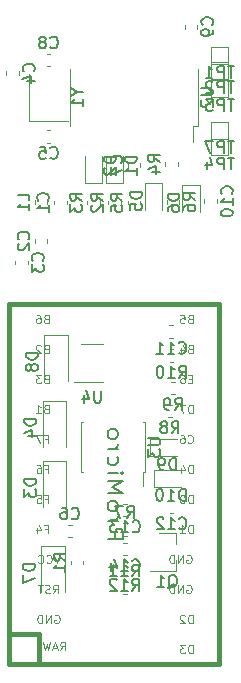
<source format=gbr>
G04 #@! TF.GenerationSoftware,KiCad,Pcbnew,(5.0.0)*
G04 #@! TF.CreationDate,2019-09-30T14:37:48-06:00*
G04 #@! TF.ProjectId,BlueMicro,426C75654D6963726F2E6B696361645F,rev?*
G04 #@! TF.SameCoordinates,Original*
G04 #@! TF.FileFunction,Legend,Bot*
G04 #@! TF.FilePolarity,Positive*
%FSLAX46Y46*%
G04 Gerber Fmt 4.6, Leading zero omitted, Abs format (unit mm)*
G04 Created by KiCad (PCBNEW (5.0.0)) date 09/30/19 14:37:48*
%MOMM*%
%LPD*%
G01*
G04 APERTURE LIST*
%ADD10C,0.120000*%
%ADD11C,0.381000*%
%ADD12C,0.150000*%
%ADD13C,0.203200*%
%ADD14C,0.100000*%
G04 APERTURE END LIST*
D10*
G04 #@! TO.C,C1*
X74043000Y-68417221D02*
X74043000Y-68742779D01*
X73023000Y-68417221D02*
X73023000Y-68742779D01*
G04 #@! TO.C,C2*
X71372000Y-71693721D02*
X71372000Y-72019279D01*
X72392000Y-71693721D02*
X72392000Y-72019279D01*
G04 #@! TO.C,C3*
X70741000Y-73822779D02*
X70741000Y-73497221D01*
X69721000Y-73822779D02*
X69721000Y-73497221D01*
G04 #@! TO.C,C4*
X68959000Y-57795279D02*
X68959000Y-57469721D01*
X69979000Y-57795279D02*
X69979000Y-57469721D01*
G04 #@! TO.C,C5*
X72354221Y-63502000D02*
X72679779Y-63502000D01*
X72354221Y-62482000D02*
X72679779Y-62482000D01*
G04 #@! TO.C,C6*
X74483280Y-95883000D02*
X74157722Y-95883000D01*
X74483280Y-96903000D02*
X74157722Y-96903000D01*
G04 #@! TO.C,C7*
X80266000Y-65242221D02*
X80266000Y-65567779D01*
X79246000Y-65242221D02*
X79246000Y-65567779D01*
G04 #@! TO.C,C8*
X72679779Y-56005000D02*
X72354221Y-56005000D01*
X72679779Y-57025000D02*
X72354221Y-57025000D01*
G04 #@! TO.C,C9*
X84072000Y-53858279D02*
X84072000Y-53532721D01*
X85092000Y-53858279D02*
X85092000Y-53532721D01*
G04 #@! TO.C,C10*
X86743000Y-68641280D02*
X86743000Y-68315722D01*
X85723000Y-68641280D02*
X85723000Y-68315722D01*
G04 #@! TO.C,C11*
X82742721Y-78992000D02*
X83068279Y-78992000D01*
X82742721Y-80012000D02*
X83068279Y-80012000D01*
G04 #@! TO.C,C12*
X82768221Y-93851000D02*
X83093779Y-93851000D01*
X82768221Y-94871000D02*
X83093779Y-94871000D01*
G04 #@! TO.C,C13*
X78831221Y-95125000D02*
X79156779Y-95125000D01*
X78831221Y-94105000D02*
X79156779Y-94105000D01*
G04 #@! TO.C,C14*
X78805721Y-97407000D02*
X79131279Y-97407000D01*
X78805721Y-98427000D02*
X79131279Y-98427000D01*
G04 #@! TO.C,D1*
X77370000Y-66915501D02*
X77370000Y-64630501D01*
X78840000Y-66915501D02*
X77370000Y-66915501D01*
X78840000Y-64630501D02*
X78840000Y-66915501D01*
G04 #@! TO.C,D2*
X77062000Y-64630501D02*
X77062000Y-66915501D01*
X77062000Y-66915501D02*
X75592000Y-66915501D01*
X75592000Y-66915501D02*
X75592000Y-64630501D01*
G04 #@! TO.C,D3*
X72025000Y-90460000D02*
X74025000Y-90460000D01*
X74025000Y-90460000D02*
X74025000Y-94360000D01*
X72025000Y-90460000D02*
X72025000Y-94360000D01*
G04 #@! TO.C,D4*
X72025000Y-85380000D02*
X74025000Y-85380000D01*
X74025000Y-85380000D02*
X74025000Y-89280000D01*
X72025000Y-85380000D02*
X72025000Y-89280000D01*
G04 #@! TO.C,D5*
X82142000Y-66968000D02*
X82142000Y-69253000D01*
X80672000Y-66968000D02*
X82142000Y-66968000D01*
X80672000Y-69253000D02*
X80672000Y-66968000D01*
G04 #@! TO.C,D6*
X83847000Y-69380000D02*
X83847000Y-67095000D01*
X83847000Y-67095000D02*
X85317000Y-67095000D01*
X85317000Y-67095000D02*
X85317000Y-69380000D01*
G04 #@! TO.C,D7*
X71898000Y-97699000D02*
X71898000Y-101599000D01*
X73898000Y-97699000D02*
X73898000Y-101599000D01*
X71898000Y-97699000D02*
X73898000Y-97699000D01*
G04 #@! TO.C,D8*
X72152000Y-79792000D02*
X72152000Y-83692000D01*
X74152000Y-79792000D02*
X74152000Y-83692000D01*
X72152000Y-79792000D02*
X74152000Y-79792000D01*
G04 #@! TO.C,D9*
X81090500Y-88599776D02*
X83375500Y-88599776D01*
X81090500Y-90069776D02*
X81090500Y-88599776D01*
X83375500Y-90069776D02*
X81090500Y-90069776D01*
G04 #@! TO.C,D10*
X83705500Y-92683000D02*
X81420500Y-92683000D01*
X81420500Y-92683000D02*
X81420500Y-91213000D01*
X81420500Y-91213000D02*
X83705500Y-91213000D01*
G04 #@! TO.C,L1*
X71372000Y-68391721D02*
X71372000Y-68717279D01*
X72392000Y-68391721D02*
X72392000Y-68717279D01*
G04 #@! TO.C,Q1*
X83310000Y-96591000D02*
X83310000Y-97521000D01*
X83310000Y-99751000D02*
X83310000Y-98821000D01*
X83310000Y-99751000D02*
X81150000Y-99751000D01*
X83310000Y-96591000D02*
X81850000Y-96591000D01*
G04 #@! TO.C,R1*
X74420000Y-98897221D02*
X74420000Y-99222779D01*
X75440000Y-98897221D02*
X75440000Y-99222779D01*
G04 #@! TO.C,R2*
X77595000Y-68417221D02*
X77595000Y-68742779D01*
X78615000Y-68417221D02*
X78615000Y-68742779D01*
G04 #@! TO.C,R3*
X75817000Y-68417221D02*
X75817000Y-68742779D01*
X76837000Y-68417221D02*
X76837000Y-68742779D01*
G04 #@! TO.C,R4*
X82421000Y-65140721D02*
X82421000Y-65466279D01*
X83441000Y-65140721D02*
X83441000Y-65466279D01*
G04 #@! TO.C,R5*
X80266000Y-68417221D02*
X80266000Y-68742779D01*
X79246000Y-68417221D02*
X79246000Y-68742779D01*
G04 #@! TO.C,R6*
X82548000Y-68717279D02*
X82548000Y-68391721D01*
X83568000Y-68717279D02*
X83568000Y-68391721D01*
G04 #@! TO.C,R7*
X79156779Y-96776000D02*
X78831221Y-96776000D01*
X79156779Y-95756000D02*
X78831221Y-95756000D01*
G04 #@! TO.C,R8*
X82615721Y-86743000D02*
X82941279Y-86743000D01*
X82615721Y-85723000D02*
X82941279Y-85723000D01*
G04 #@! TO.C,R9*
X82895221Y-83744776D02*
X83220779Y-83744776D01*
X82895221Y-84764776D02*
X83220779Y-84764776D01*
G04 #@! TO.C,R10*
X82768221Y-81024000D02*
X83093779Y-81024000D01*
X82768221Y-82044000D02*
X83093779Y-82044000D01*
G04 #@! TO.C,R11*
X79131279Y-100709000D02*
X78805721Y-100709000D01*
X79131279Y-101729000D02*
X78805721Y-101729000D01*
G04 #@! TO.C,R12*
X78805721Y-99058000D02*
X79131279Y-99058000D01*
X78805721Y-100078000D02*
X79131279Y-100078000D01*
G04 #@! TO.C,U2*
X85156000Y-62090000D02*
X84756000Y-62090000D01*
X84756000Y-62090000D02*
X84756000Y-63490000D01*
X85156000Y-62090000D02*
X85156000Y-57290000D01*
X74356000Y-62090000D02*
X74356000Y-57290000D01*
G04 #@! TO.C,U3*
X80708000Y-87181000D02*
X80708000Y-91381000D01*
X75248000Y-87181000D02*
X75248000Y-91381000D01*
X75418000Y-87181000D02*
X75248000Y-87181000D01*
X75408000Y-91381000D02*
X75238000Y-91381000D01*
X80708000Y-87181000D02*
X80538000Y-87181000D01*
X80708000Y-91381000D02*
X80538000Y-91381000D01*
X80538000Y-91381000D02*
X80538000Y-92571000D01*
G04 #@! TO.C,U4*
X75300000Y-80559000D02*
X77100000Y-80559000D01*
X77100000Y-83779000D02*
X74650000Y-83779000D01*
G04 #@! TO.C,Y1*
X74167000Y-61690000D02*
X70867000Y-61690000D01*
X70867000Y-61690000D02*
X70867000Y-57690000D01*
D11*
G04 #@! TO.C,U5*
X86995000Y-107696000D02*
X69215000Y-107696000D01*
X69215000Y-107696000D02*
X69215000Y-77216000D01*
X69215000Y-77216000D02*
X86995000Y-77216000D01*
X86995000Y-77216000D02*
X86995000Y-107696000D01*
X71755000Y-107696000D02*
X71755000Y-105156000D01*
X71755000Y-105156000D02*
X69215000Y-105156000D01*
D10*
G04 #@! TO.C,TP1*
X86295000Y-55434000D02*
X86295000Y-56834000D01*
X87695000Y-55434000D02*
X86295000Y-55434000D01*
X87695000Y-56834000D02*
X87695000Y-55434000D01*
X86295000Y-56834000D02*
X87695000Y-56834000D01*
G04 #@! TO.C,TP2*
X86295000Y-58104000D02*
X87695000Y-58104000D01*
X87695000Y-58104000D02*
X87695000Y-56704000D01*
X87695000Y-56704000D02*
X86295000Y-56704000D01*
X86295000Y-56704000D02*
X86295000Y-58104000D01*
G04 #@! TO.C,TP3*
X86295000Y-58228000D02*
X86295000Y-59628000D01*
X87695000Y-58228000D02*
X86295000Y-58228000D01*
X87695000Y-59628000D02*
X87695000Y-58228000D01*
X86295000Y-59628000D02*
X87695000Y-59628000D01*
G04 #@! TO.C,TP4*
X86295000Y-64581000D02*
X87695000Y-64581000D01*
X87695000Y-64581000D02*
X87695000Y-63181000D01*
X87695000Y-63181000D02*
X86295000Y-63181000D01*
X86295000Y-63181000D02*
X86295000Y-64581000D01*
G04 #@! TO.C,TP7*
X86295000Y-63184000D02*
X87695000Y-63184000D01*
X87695000Y-63184000D02*
X87695000Y-61784000D01*
X87695000Y-61784000D02*
X86295000Y-61784000D01*
X86295000Y-61784000D02*
X86295000Y-63184000D01*
G04 #@! TO.C,C1*
D12*
X72460142Y-68413333D02*
X72507761Y-68365714D01*
X72555380Y-68222857D01*
X72555380Y-68127619D01*
X72507761Y-67984761D01*
X72412523Y-67889523D01*
X72317285Y-67841904D01*
X72126809Y-67794285D01*
X71983952Y-67794285D01*
X71793476Y-67841904D01*
X71698238Y-67889523D01*
X71603000Y-67984761D01*
X71555380Y-68127619D01*
X71555380Y-68222857D01*
X71603000Y-68365714D01*
X71650619Y-68413333D01*
X72555380Y-69365714D02*
X72555380Y-68794285D01*
X72555380Y-69080000D02*
X71555380Y-69080000D01*
X71698238Y-68984761D01*
X71793476Y-68889523D01*
X71841095Y-68794285D01*
G04 #@! TO.C,C2*
X70809142Y-71689833D02*
X70856761Y-71642214D01*
X70904380Y-71499357D01*
X70904380Y-71404119D01*
X70856761Y-71261261D01*
X70761523Y-71166023D01*
X70666285Y-71118404D01*
X70475809Y-71070785D01*
X70332952Y-71070785D01*
X70142476Y-71118404D01*
X70047238Y-71166023D01*
X69952000Y-71261261D01*
X69904380Y-71404119D01*
X69904380Y-71499357D01*
X69952000Y-71642214D01*
X69999619Y-71689833D01*
X69999619Y-72070785D02*
X69952000Y-72118404D01*
X69904380Y-72213642D01*
X69904380Y-72451738D01*
X69952000Y-72546976D01*
X69999619Y-72594595D01*
X70094857Y-72642214D01*
X70190095Y-72642214D01*
X70332952Y-72594595D01*
X70904380Y-72023166D01*
X70904380Y-72642214D01*
G04 #@! TO.C,C3*
X72018142Y-73493333D02*
X72065761Y-73445714D01*
X72113380Y-73302857D01*
X72113380Y-73207619D01*
X72065761Y-73064761D01*
X71970523Y-72969523D01*
X71875285Y-72921904D01*
X71684809Y-72874285D01*
X71541952Y-72874285D01*
X71351476Y-72921904D01*
X71256238Y-72969523D01*
X71161000Y-73064761D01*
X71113380Y-73207619D01*
X71113380Y-73302857D01*
X71161000Y-73445714D01*
X71208619Y-73493333D01*
X71113380Y-73826666D02*
X71113380Y-74445714D01*
X71494333Y-74112380D01*
X71494333Y-74255238D01*
X71541952Y-74350476D01*
X71589571Y-74398095D01*
X71684809Y-74445714D01*
X71922904Y-74445714D01*
X72018142Y-74398095D01*
X72065761Y-74350476D01*
X72113380Y-74255238D01*
X72113380Y-73969523D01*
X72065761Y-73874285D01*
X72018142Y-73826666D01*
G04 #@! TO.C,C4*
X71256142Y-57465833D02*
X71303761Y-57418214D01*
X71351380Y-57275357D01*
X71351380Y-57180119D01*
X71303761Y-57037261D01*
X71208523Y-56942023D01*
X71113285Y-56894404D01*
X70922809Y-56846785D01*
X70779952Y-56846785D01*
X70589476Y-56894404D01*
X70494238Y-56942023D01*
X70399000Y-57037261D01*
X70351380Y-57180119D01*
X70351380Y-57275357D01*
X70399000Y-57418214D01*
X70446619Y-57465833D01*
X70684714Y-58322976D02*
X71351380Y-58322976D01*
X70303761Y-58084880D02*
X71018047Y-57846785D01*
X71018047Y-58465833D01*
G04 #@! TO.C,C5*
X72683666Y-64779142D02*
X72731285Y-64826761D01*
X72874142Y-64874380D01*
X72969380Y-64874380D01*
X73112238Y-64826761D01*
X73207476Y-64731523D01*
X73255095Y-64636285D01*
X73302714Y-64445809D01*
X73302714Y-64302952D01*
X73255095Y-64112476D01*
X73207476Y-64017238D01*
X73112238Y-63922000D01*
X72969380Y-63874380D01*
X72874142Y-63874380D01*
X72731285Y-63922000D01*
X72683666Y-63969619D01*
X71778904Y-63874380D02*
X72255095Y-63874380D01*
X72302714Y-64350571D01*
X72255095Y-64302952D01*
X72159857Y-64255333D01*
X71921761Y-64255333D01*
X71826523Y-64302952D01*
X71778904Y-64350571D01*
X71731285Y-64445809D01*
X71731285Y-64683904D01*
X71778904Y-64779142D01*
X71826523Y-64826761D01*
X71921761Y-64874380D01*
X72159857Y-64874380D01*
X72255095Y-64826761D01*
X72302714Y-64779142D01*
G04 #@! TO.C,C6*
X74487167Y-95320142D02*
X74534786Y-95367761D01*
X74677643Y-95415380D01*
X74772881Y-95415380D01*
X74915739Y-95367761D01*
X75010977Y-95272523D01*
X75058596Y-95177285D01*
X75106215Y-94986809D01*
X75106215Y-94843952D01*
X75058596Y-94653476D01*
X75010977Y-94558238D01*
X74915739Y-94463000D01*
X74772881Y-94415380D01*
X74677643Y-94415380D01*
X74534786Y-94463000D01*
X74487167Y-94510619D01*
X73630024Y-94415380D02*
X73820501Y-94415380D01*
X73915739Y-94463000D01*
X73963358Y-94510619D01*
X74058596Y-94653476D01*
X74106215Y-94843952D01*
X74106215Y-95224904D01*
X74058596Y-95320142D01*
X74010977Y-95367761D01*
X73915739Y-95415380D01*
X73725262Y-95415380D01*
X73630024Y-95367761D01*
X73582405Y-95320142D01*
X73534786Y-95224904D01*
X73534786Y-94986809D01*
X73582405Y-94891571D01*
X73630024Y-94843952D01*
X73725262Y-94796333D01*
X73915739Y-94796333D01*
X74010977Y-94843952D01*
X74058596Y-94891571D01*
X74106215Y-94986809D01*
G04 #@! TO.C,C7*
X78683142Y-65238333D02*
X78730761Y-65190714D01*
X78778380Y-65047857D01*
X78778380Y-64952619D01*
X78730761Y-64809761D01*
X78635523Y-64714523D01*
X78540285Y-64666904D01*
X78349809Y-64619285D01*
X78206952Y-64619285D01*
X78016476Y-64666904D01*
X77921238Y-64714523D01*
X77826000Y-64809761D01*
X77778380Y-64952619D01*
X77778380Y-65047857D01*
X77826000Y-65190714D01*
X77873619Y-65238333D01*
X77778380Y-65571666D02*
X77778380Y-66238333D01*
X78778380Y-65809761D01*
G04 #@! TO.C,C8*
X72683666Y-55442142D02*
X72731285Y-55489761D01*
X72874142Y-55537380D01*
X72969380Y-55537380D01*
X73112238Y-55489761D01*
X73207476Y-55394523D01*
X73255095Y-55299285D01*
X73302714Y-55108809D01*
X73302714Y-54965952D01*
X73255095Y-54775476D01*
X73207476Y-54680238D01*
X73112238Y-54585000D01*
X72969380Y-54537380D01*
X72874142Y-54537380D01*
X72731285Y-54585000D01*
X72683666Y-54632619D01*
X72112238Y-54965952D02*
X72207476Y-54918333D01*
X72255095Y-54870714D01*
X72302714Y-54775476D01*
X72302714Y-54727857D01*
X72255095Y-54632619D01*
X72207476Y-54585000D01*
X72112238Y-54537380D01*
X71921761Y-54537380D01*
X71826523Y-54585000D01*
X71778904Y-54632619D01*
X71731285Y-54727857D01*
X71731285Y-54775476D01*
X71778904Y-54870714D01*
X71826523Y-54918333D01*
X71921761Y-54965952D01*
X72112238Y-54965952D01*
X72207476Y-55013571D01*
X72255095Y-55061190D01*
X72302714Y-55156428D01*
X72302714Y-55346904D01*
X72255095Y-55442142D01*
X72207476Y-55489761D01*
X72112238Y-55537380D01*
X71921761Y-55537380D01*
X71826523Y-55489761D01*
X71778904Y-55442142D01*
X71731285Y-55346904D01*
X71731285Y-55156428D01*
X71778904Y-55061190D01*
X71826523Y-55013571D01*
X71921761Y-54965952D01*
G04 #@! TO.C,C9*
X86369142Y-53528833D02*
X86416761Y-53481214D01*
X86464380Y-53338357D01*
X86464380Y-53243119D01*
X86416761Y-53100261D01*
X86321523Y-53005023D01*
X86226285Y-52957404D01*
X86035809Y-52909785D01*
X85892952Y-52909785D01*
X85702476Y-52957404D01*
X85607238Y-53005023D01*
X85512000Y-53100261D01*
X85464380Y-53243119D01*
X85464380Y-53338357D01*
X85512000Y-53481214D01*
X85559619Y-53528833D01*
X86464380Y-54005023D02*
X86464380Y-54195500D01*
X86416761Y-54290738D01*
X86369142Y-54338357D01*
X86226285Y-54433595D01*
X86035809Y-54481214D01*
X85654857Y-54481214D01*
X85559619Y-54433595D01*
X85512000Y-54385976D01*
X85464380Y-54290738D01*
X85464380Y-54100261D01*
X85512000Y-54005023D01*
X85559619Y-53957404D01*
X85654857Y-53909785D01*
X85892952Y-53909785D01*
X85988190Y-53957404D01*
X86035809Y-54005023D01*
X86083428Y-54100261D01*
X86083428Y-54290738D01*
X86035809Y-54385976D01*
X85988190Y-54433595D01*
X85892952Y-54481214D01*
G04 #@! TO.C,C10*
X88020142Y-67835643D02*
X88067761Y-67788024D01*
X88115380Y-67645167D01*
X88115380Y-67549929D01*
X88067761Y-67407072D01*
X87972523Y-67311834D01*
X87877285Y-67264215D01*
X87686809Y-67216596D01*
X87543952Y-67216596D01*
X87353476Y-67264215D01*
X87258238Y-67311834D01*
X87163000Y-67407072D01*
X87115380Y-67549929D01*
X87115380Y-67645167D01*
X87163000Y-67788024D01*
X87210619Y-67835643D01*
X88115380Y-68788024D02*
X88115380Y-68216596D01*
X88115380Y-68502310D02*
X87115380Y-68502310D01*
X87258238Y-68407072D01*
X87353476Y-68311834D01*
X87401095Y-68216596D01*
X87115380Y-69407072D02*
X87115380Y-69502310D01*
X87163000Y-69597548D01*
X87210619Y-69645167D01*
X87305857Y-69692786D01*
X87496333Y-69740405D01*
X87734428Y-69740405D01*
X87924904Y-69692786D01*
X88020142Y-69645167D01*
X88067761Y-69597548D01*
X88115380Y-69502310D01*
X88115380Y-69407072D01*
X88067761Y-69311834D01*
X88020142Y-69264215D01*
X87924904Y-69216596D01*
X87734428Y-69168977D01*
X87496333Y-69168977D01*
X87305857Y-69216596D01*
X87210619Y-69264215D01*
X87163000Y-69311834D01*
X87115380Y-69407072D01*
G04 #@! TO.C,C11*
X83548357Y-81289142D02*
X83595976Y-81336761D01*
X83738833Y-81384380D01*
X83834071Y-81384380D01*
X83976928Y-81336761D01*
X84072166Y-81241523D01*
X84119785Y-81146285D01*
X84167404Y-80955809D01*
X84167404Y-80812952D01*
X84119785Y-80622476D01*
X84072166Y-80527238D01*
X83976928Y-80432000D01*
X83834071Y-80384380D01*
X83738833Y-80384380D01*
X83595976Y-80432000D01*
X83548357Y-80479619D01*
X82595976Y-81384380D02*
X83167404Y-81384380D01*
X82881690Y-81384380D02*
X82881690Y-80384380D01*
X82976928Y-80527238D01*
X83072166Y-80622476D01*
X83167404Y-80670095D01*
X81643595Y-81384380D02*
X82215023Y-81384380D01*
X81929309Y-81384380D02*
X81929309Y-80384380D01*
X82024547Y-80527238D01*
X82119785Y-80622476D01*
X82215023Y-80670095D01*
G04 #@! TO.C,C12*
X83573857Y-96148142D02*
X83621476Y-96195761D01*
X83764333Y-96243380D01*
X83859571Y-96243380D01*
X84002428Y-96195761D01*
X84097666Y-96100523D01*
X84145285Y-96005285D01*
X84192904Y-95814809D01*
X84192904Y-95671952D01*
X84145285Y-95481476D01*
X84097666Y-95386238D01*
X84002428Y-95291000D01*
X83859571Y-95243380D01*
X83764333Y-95243380D01*
X83621476Y-95291000D01*
X83573857Y-95338619D01*
X82621476Y-96243380D02*
X83192904Y-96243380D01*
X82907190Y-96243380D02*
X82907190Y-95243380D01*
X83002428Y-95386238D01*
X83097666Y-95481476D01*
X83192904Y-95529095D01*
X82240523Y-95338619D02*
X82192904Y-95291000D01*
X82097666Y-95243380D01*
X81859571Y-95243380D01*
X81764333Y-95291000D01*
X81716714Y-95338619D01*
X81669095Y-95433857D01*
X81669095Y-95529095D01*
X81716714Y-95671952D01*
X82288142Y-96243380D01*
X81669095Y-96243380D01*
G04 #@! TO.C,C13*
X79636857Y-96402142D02*
X79684476Y-96449761D01*
X79827333Y-96497380D01*
X79922571Y-96497380D01*
X80065428Y-96449761D01*
X80160666Y-96354523D01*
X80208285Y-96259285D01*
X80255904Y-96068809D01*
X80255904Y-95925952D01*
X80208285Y-95735476D01*
X80160666Y-95640238D01*
X80065428Y-95545000D01*
X79922571Y-95497380D01*
X79827333Y-95497380D01*
X79684476Y-95545000D01*
X79636857Y-95592619D01*
X78684476Y-96497380D02*
X79255904Y-96497380D01*
X78970190Y-96497380D02*
X78970190Y-95497380D01*
X79065428Y-95640238D01*
X79160666Y-95735476D01*
X79255904Y-95783095D01*
X78351142Y-95497380D02*
X77732095Y-95497380D01*
X78065428Y-95878333D01*
X77922571Y-95878333D01*
X77827333Y-95925952D01*
X77779714Y-95973571D01*
X77732095Y-96068809D01*
X77732095Y-96306904D01*
X77779714Y-96402142D01*
X77827333Y-96449761D01*
X77922571Y-96497380D01*
X78208285Y-96497380D01*
X78303523Y-96449761D01*
X78351142Y-96402142D01*
G04 #@! TO.C,C14*
X79611357Y-99704142D02*
X79658976Y-99751761D01*
X79801833Y-99799380D01*
X79897071Y-99799380D01*
X80039928Y-99751761D01*
X80135166Y-99656523D01*
X80182785Y-99561285D01*
X80230404Y-99370809D01*
X80230404Y-99227952D01*
X80182785Y-99037476D01*
X80135166Y-98942238D01*
X80039928Y-98847000D01*
X79897071Y-98799380D01*
X79801833Y-98799380D01*
X79658976Y-98847000D01*
X79611357Y-98894619D01*
X78658976Y-99799380D02*
X79230404Y-99799380D01*
X78944690Y-99799380D02*
X78944690Y-98799380D01*
X79039928Y-98942238D01*
X79135166Y-99037476D01*
X79230404Y-99085095D01*
X77801833Y-99132714D02*
X77801833Y-99799380D01*
X78039928Y-98751761D02*
X78278023Y-99466047D01*
X77658976Y-99466047D01*
G04 #@! TO.C,D1*
X79987380Y-64692405D02*
X78987380Y-64692405D01*
X78987380Y-64930501D01*
X79035000Y-65073358D01*
X79130238Y-65168596D01*
X79225476Y-65216215D01*
X79415952Y-65263834D01*
X79558809Y-65263834D01*
X79749285Y-65216215D01*
X79844523Y-65168596D01*
X79939761Y-65073358D01*
X79987380Y-64930501D01*
X79987380Y-64692405D01*
X79987380Y-66216215D02*
X79987380Y-65644786D01*
X79987380Y-65930501D02*
X78987380Y-65930501D01*
X79130238Y-65835262D01*
X79225476Y-65740024D01*
X79273095Y-65644786D01*
G04 #@! TO.C,D2*
X78209380Y-64692405D02*
X77209380Y-64692405D01*
X77209380Y-64930501D01*
X77257000Y-65073358D01*
X77352238Y-65168596D01*
X77447476Y-65216215D01*
X77637952Y-65263834D01*
X77780809Y-65263834D01*
X77971285Y-65216215D01*
X78066523Y-65168596D01*
X78161761Y-65073358D01*
X78209380Y-64930501D01*
X78209380Y-64692405D01*
X77304619Y-65644786D02*
X77257000Y-65692405D01*
X77209380Y-65787643D01*
X77209380Y-66025739D01*
X77257000Y-66120977D01*
X77304619Y-66168596D01*
X77399857Y-66216215D01*
X77495095Y-66216215D01*
X77637952Y-66168596D01*
X78209380Y-65597167D01*
X78209380Y-66216215D01*
G04 #@! TO.C,D3*
X71477380Y-91971904D02*
X70477380Y-91971904D01*
X70477380Y-92210000D01*
X70525000Y-92352857D01*
X70620238Y-92448095D01*
X70715476Y-92495714D01*
X70905952Y-92543333D01*
X71048809Y-92543333D01*
X71239285Y-92495714D01*
X71334523Y-92448095D01*
X71429761Y-92352857D01*
X71477380Y-92210000D01*
X71477380Y-91971904D01*
X70477380Y-92876666D02*
X70477380Y-93495714D01*
X70858333Y-93162380D01*
X70858333Y-93305238D01*
X70905952Y-93400476D01*
X70953571Y-93448095D01*
X71048809Y-93495714D01*
X71286904Y-93495714D01*
X71382142Y-93448095D01*
X71429761Y-93400476D01*
X71477380Y-93305238D01*
X71477380Y-93019523D01*
X71429761Y-92924285D01*
X71382142Y-92876666D01*
G04 #@! TO.C,D4*
X71477380Y-86891904D02*
X70477380Y-86891904D01*
X70477380Y-87130000D01*
X70525000Y-87272857D01*
X70620238Y-87368095D01*
X70715476Y-87415714D01*
X70905952Y-87463333D01*
X71048809Y-87463333D01*
X71239285Y-87415714D01*
X71334523Y-87368095D01*
X71429761Y-87272857D01*
X71477380Y-87130000D01*
X71477380Y-86891904D01*
X70810714Y-88320476D02*
X71477380Y-88320476D01*
X70429761Y-88082380D02*
X71144047Y-87844285D01*
X71144047Y-88463333D01*
G04 #@! TO.C,D5*
X80429380Y-67714904D02*
X79429380Y-67714904D01*
X79429380Y-67953000D01*
X79477000Y-68095857D01*
X79572238Y-68191095D01*
X79667476Y-68238714D01*
X79857952Y-68286333D01*
X80000809Y-68286333D01*
X80191285Y-68238714D01*
X80286523Y-68191095D01*
X80381761Y-68095857D01*
X80429380Y-67953000D01*
X80429380Y-67714904D01*
X79429380Y-69191095D02*
X79429380Y-68714904D01*
X79905571Y-68667285D01*
X79857952Y-68714904D01*
X79810333Y-68810142D01*
X79810333Y-69048238D01*
X79857952Y-69143476D01*
X79905571Y-69191095D01*
X80000809Y-69238714D01*
X80238904Y-69238714D01*
X80334142Y-69191095D01*
X80381761Y-69143476D01*
X80429380Y-69048238D01*
X80429380Y-68810142D01*
X80381761Y-68714904D01*
X80334142Y-68667285D01*
G04 #@! TO.C,D6*
X83604380Y-67841904D02*
X82604380Y-67841904D01*
X82604380Y-68080000D01*
X82652000Y-68222857D01*
X82747238Y-68318095D01*
X82842476Y-68365714D01*
X83032952Y-68413333D01*
X83175809Y-68413333D01*
X83366285Y-68365714D01*
X83461523Y-68318095D01*
X83556761Y-68222857D01*
X83604380Y-68080000D01*
X83604380Y-67841904D01*
X82604380Y-69270476D02*
X82604380Y-69080000D01*
X82652000Y-68984761D01*
X82699619Y-68937142D01*
X82842476Y-68841904D01*
X83032952Y-68794285D01*
X83413904Y-68794285D01*
X83509142Y-68841904D01*
X83556761Y-68889523D01*
X83604380Y-68984761D01*
X83604380Y-69175238D01*
X83556761Y-69270476D01*
X83509142Y-69318095D01*
X83413904Y-69365714D01*
X83175809Y-69365714D01*
X83080571Y-69318095D01*
X83032952Y-69270476D01*
X82985333Y-69175238D01*
X82985333Y-68984761D01*
X83032952Y-68889523D01*
X83080571Y-68841904D01*
X83175809Y-68794285D01*
G04 #@! TO.C,D7*
X71350380Y-99210904D02*
X70350380Y-99210904D01*
X70350380Y-99449000D01*
X70398000Y-99591857D01*
X70493238Y-99687095D01*
X70588476Y-99734714D01*
X70778952Y-99782333D01*
X70921809Y-99782333D01*
X71112285Y-99734714D01*
X71207523Y-99687095D01*
X71302761Y-99591857D01*
X71350380Y-99449000D01*
X71350380Y-99210904D01*
X70350380Y-100115666D02*
X70350380Y-100782333D01*
X71350380Y-100353761D01*
G04 #@! TO.C,D8*
X71604380Y-81303904D02*
X70604380Y-81303904D01*
X70604380Y-81542000D01*
X70652000Y-81684857D01*
X70747238Y-81780095D01*
X70842476Y-81827714D01*
X71032952Y-81875333D01*
X71175809Y-81875333D01*
X71366285Y-81827714D01*
X71461523Y-81780095D01*
X71556761Y-81684857D01*
X71604380Y-81542000D01*
X71604380Y-81303904D01*
X71032952Y-82446761D02*
X70985333Y-82351523D01*
X70937714Y-82303904D01*
X70842476Y-82256285D01*
X70794857Y-82256285D01*
X70699619Y-82303904D01*
X70652000Y-82351523D01*
X70604380Y-82446761D01*
X70604380Y-82637238D01*
X70652000Y-82732476D01*
X70699619Y-82780095D01*
X70794857Y-82827714D01*
X70842476Y-82827714D01*
X70937714Y-82780095D01*
X70985333Y-82732476D01*
X71032952Y-82637238D01*
X71032952Y-82446761D01*
X71080571Y-82351523D01*
X71128190Y-82303904D01*
X71223428Y-82256285D01*
X71413904Y-82256285D01*
X71509142Y-82303904D01*
X71556761Y-82351523D01*
X71604380Y-82446761D01*
X71604380Y-82637238D01*
X71556761Y-82732476D01*
X71509142Y-82780095D01*
X71413904Y-82827714D01*
X71223428Y-82827714D01*
X71128190Y-82780095D01*
X71080571Y-82732476D01*
X71032952Y-82637238D01*
G04 #@! TO.C,D9*
X83313595Y-91217156D02*
X83313595Y-90217156D01*
X83075500Y-90217156D01*
X82932642Y-90264776D01*
X82837404Y-90360014D01*
X82789785Y-90455252D01*
X82742166Y-90645728D01*
X82742166Y-90788585D01*
X82789785Y-90979061D01*
X82837404Y-91074299D01*
X82932642Y-91169537D01*
X83075500Y-91217156D01*
X83313595Y-91217156D01*
X82265976Y-91217156D02*
X82075500Y-91217156D01*
X81980261Y-91169537D01*
X81932642Y-91121918D01*
X81837404Y-90979061D01*
X81789785Y-90788585D01*
X81789785Y-90407633D01*
X81837404Y-90312395D01*
X81885023Y-90264776D01*
X81980261Y-90217156D01*
X82170738Y-90217156D01*
X82265976Y-90264776D01*
X82313595Y-90312395D01*
X82361214Y-90407633D01*
X82361214Y-90645728D01*
X82313595Y-90740966D01*
X82265976Y-90788585D01*
X82170738Y-90836204D01*
X81980261Y-90836204D01*
X81885023Y-90788585D01*
X81837404Y-90740966D01*
X81789785Y-90645728D01*
G04 #@! TO.C,D10*
X84119785Y-93830380D02*
X84119785Y-92830380D01*
X83881690Y-92830380D01*
X83738833Y-92878000D01*
X83643595Y-92973238D01*
X83595976Y-93068476D01*
X83548357Y-93258952D01*
X83548357Y-93401809D01*
X83595976Y-93592285D01*
X83643595Y-93687523D01*
X83738833Y-93782761D01*
X83881690Y-93830380D01*
X84119785Y-93830380D01*
X82595976Y-93830380D02*
X83167404Y-93830380D01*
X82881690Y-93830380D02*
X82881690Y-92830380D01*
X82976928Y-92973238D01*
X83072166Y-93068476D01*
X83167404Y-93116095D01*
X81976928Y-92830380D02*
X81881690Y-92830380D01*
X81786452Y-92878000D01*
X81738833Y-92925619D01*
X81691214Y-93020857D01*
X81643595Y-93211333D01*
X81643595Y-93449428D01*
X81691214Y-93639904D01*
X81738833Y-93735142D01*
X81786452Y-93782761D01*
X81881690Y-93830380D01*
X81976928Y-93830380D01*
X82072166Y-93782761D01*
X82119785Y-93735142D01*
X82167404Y-93639904D01*
X82215023Y-93449428D01*
X82215023Y-93211333D01*
X82167404Y-93020857D01*
X82119785Y-92925619D01*
X82072166Y-92878000D01*
X81976928Y-92830380D01*
G04 #@! TO.C,L1*
X70904380Y-68387833D02*
X70904380Y-67911642D01*
X69904380Y-67911642D01*
X70904380Y-69244976D02*
X70904380Y-68673547D01*
X70904380Y-68959261D02*
X69904380Y-68959261D01*
X70047238Y-68864023D01*
X70142476Y-68768785D01*
X70190095Y-68673547D01*
G04 #@! TO.C,Q1*
X82645238Y-101218619D02*
X82740476Y-101171000D01*
X82835714Y-101075761D01*
X82978571Y-100932904D01*
X83073809Y-100885285D01*
X83169047Y-100885285D01*
X83121428Y-101123380D02*
X83216666Y-101075761D01*
X83311904Y-100980523D01*
X83359523Y-100790047D01*
X83359523Y-100456714D01*
X83311904Y-100266238D01*
X83216666Y-100171000D01*
X83121428Y-100123380D01*
X82930952Y-100123380D01*
X82835714Y-100171000D01*
X82740476Y-100266238D01*
X82692857Y-100456714D01*
X82692857Y-100790047D01*
X82740476Y-100980523D01*
X82835714Y-101075761D01*
X82930952Y-101123380D01*
X83121428Y-101123380D01*
X81740476Y-101123380D02*
X82311904Y-101123380D01*
X82026190Y-101123380D02*
X82026190Y-100123380D01*
X82121428Y-100266238D01*
X82216666Y-100361476D01*
X82311904Y-100409095D01*
G04 #@! TO.C,R1*
X73952380Y-98893333D02*
X73476190Y-98560000D01*
X73952380Y-98321904D02*
X72952380Y-98321904D01*
X72952380Y-98702857D01*
X73000000Y-98798095D01*
X73047619Y-98845714D01*
X73142857Y-98893333D01*
X73285714Y-98893333D01*
X73380952Y-98845714D01*
X73428571Y-98798095D01*
X73476190Y-98702857D01*
X73476190Y-98321904D01*
X73952380Y-99845714D02*
X73952380Y-99274285D01*
X73952380Y-99560000D02*
X72952380Y-99560000D01*
X73095238Y-99464761D01*
X73190476Y-99369523D01*
X73238095Y-99274285D01*
G04 #@! TO.C,R2*
X77127380Y-68413333D02*
X76651190Y-68080000D01*
X77127380Y-67841904D02*
X76127380Y-67841904D01*
X76127380Y-68222857D01*
X76175000Y-68318095D01*
X76222619Y-68365714D01*
X76317857Y-68413333D01*
X76460714Y-68413333D01*
X76555952Y-68365714D01*
X76603571Y-68318095D01*
X76651190Y-68222857D01*
X76651190Y-67841904D01*
X76222619Y-68794285D02*
X76175000Y-68841904D01*
X76127380Y-68937142D01*
X76127380Y-69175238D01*
X76175000Y-69270476D01*
X76222619Y-69318095D01*
X76317857Y-69365714D01*
X76413095Y-69365714D01*
X76555952Y-69318095D01*
X77127380Y-68746666D01*
X77127380Y-69365714D01*
G04 #@! TO.C,R3*
X75349380Y-68413333D02*
X74873190Y-68080000D01*
X75349380Y-67841904D02*
X74349380Y-67841904D01*
X74349380Y-68222857D01*
X74397000Y-68318095D01*
X74444619Y-68365714D01*
X74539857Y-68413333D01*
X74682714Y-68413333D01*
X74777952Y-68365714D01*
X74825571Y-68318095D01*
X74873190Y-68222857D01*
X74873190Y-67841904D01*
X74349380Y-68746666D02*
X74349380Y-69365714D01*
X74730333Y-69032380D01*
X74730333Y-69175238D01*
X74777952Y-69270476D01*
X74825571Y-69318095D01*
X74920809Y-69365714D01*
X75158904Y-69365714D01*
X75254142Y-69318095D01*
X75301761Y-69270476D01*
X75349380Y-69175238D01*
X75349380Y-68889523D01*
X75301761Y-68794285D01*
X75254142Y-68746666D01*
G04 #@! TO.C,R4*
X81953380Y-65136833D02*
X81477190Y-64803500D01*
X81953380Y-64565404D02*
X80953380Y-64565404D01*
X80953380Y-64946357D01*
X81001000Y-65041595D01*
X81048619Y-65089214D01*
X81143857Y-65136833D01*
X81286714Y-65136833D01*
X81381952Y-65089214D01*
X81429571Y-65041595D01*
X81477190Y-64946357D01*
X81477190Y-64565404D01*
X81286714Y-65993976D02*
X81953380Y-65993976D01*
X80905761Y-65755880D02*
X81620047Y-65517785D01*
X81620047Y-66136833D01*
G04 #@! TO.C,R5*
X78778380Y-68413333D02*
X78302190Y-68080000D01*
X78778380Y-67841904D02*
X77778380Y-67841904D01*
X77778380Y-68222857D01*
X77826000Y-68318095D01*
X77873619Y-68365714D01*
X77968857Y-68413333D01*
X78111714Y-68413333D01*
X78206952Y-68365714D01*
X78254571Y-68318095D01*
X78302190Y-68222857D01*
X78302190Y-67841904D01*
X77778380Y-69318095D02*
X77778380Y-68841904D01*
X78254571Y-68794285D01*
X78206952Y-68841904D01*
X78159333Y-68937142D01*
X78159333Y-69175238D01*
X78206952Y-69270476D01*
X78254571Y-69318095D01*
X78349809Y-69365714D01*
X78587904Y-69365714D01*
X78683142Y-69318095D01*
X78730761Y-69270476D01*
X78778380Y-69175238D01*
X78778380Y-68937142D01*
X78730761Y-68841904D01*
X78683142Y-68794285D01*
G04 #@! TO.C,R6*
X84940380Y-68387833D02*
X84464190Y-68054500D01*
X84940380Y-67816404D02*
X83940380Y-67816404D01*
X83940380Y-68197357D01*
X83988000Y-68292595D01*
X84035619Y-68340214D01*
X84130857Y-68387833D01*
X84273714Y-68387833D01*
X84368952Y-68340214D01*
X84416571Y-68292595D01*
X84464190Y-68197357D01*
X84464190Y-67816404D01*
X83940380Y-69244976D02*
X83940380Y-69054500D01*
X83988000Y-68959261D01*
X84035619Y-68911642D01*
X84178476Y-68816404D01*
X84368952Y-68768785D01*
X84749904Y-68768785D01*
X84845142Y-68816404D01*
X84892761Y-68864023D01*
X84940380Y-68959261D01*
X84940380Y-69149738D01*
X84892761Y-69244976D01*
X84845142Y-69292595D01*
X84749904Y-69340214D01*
X84511809Y-69340214D01*
X84416571Y-69292595D01*
X84368952Y-69244976D01*
X84321333Y-69149738D01*
X84321333Y-68959261D01*
X84368952Y-68864023D01*
X84416571Y-68816404D01*
X84511809Y-68768785D01*
G04 #@! TO.C,R7*
X79160666Y-95288380D02*
X79494000Y-94812190D01*
X79732095Y-95288380D02*
X79732095Y-94288380D01*
X79351142Y-94288380D01*
X79255904Y-94336000D01*
X79208285Y-94383619D01*
X79160666Y-94478857D01*
X79160666Y-94621714D01*
X79208285Y-94716952D01*
X79255904Y-94764571D01*
X79351142Y-94812190D01*
X79732095Y-94812190D01*
X78827333Y-94288380D02*
X78160666Y-94288380D01*
X78589238Y-95288380D01*
G04 #@! TO.C,R8*
X82945166Y-88115380D02*
X83278500Y-87639190D01*
X83516595Y-88115380D02*
X83516595Y-87115380D01*
X83135642Y-87115380D01*
X83040404Y-87163000D01*
X82992785Y-87210619D01*
X82945166Y-87305857D01*
X82945166Y-87448714D01*
X82992785Y-87543952D01*
X83040404Y-87591571D01*
X83135642Y-87639190D01*
X83516595Y-87639190D01*
X82373738Y-87543952D02*
X82468976Y-87496333D01*
X82516595Y-87448714D01*
X82564214Y-87353476D01*
X82564214Y-87305857D01*
X82516595Y-87210619D01*
X82468976Y-87163000D01*
X82373738Y-87115380D01*
X82183261Y-87115380D01*
X82088023Y-87163000D01*
X82040404Y-87210619D01*
X81992785Y-87305857D01*
X81992785Y-87353476D01*
X82040404Y-87448714D01*
X82088023Y-87496333D01*
X82183261Y-87543952D01*
X82373738Y-87543952D01*
X82468976Y-87591571D01*
X82516595Y-87639190D01*
X82564214Y-87734428D01*
X82564214Y-87924904D01*
X82516595Y-88020142D01*
X82468976Y-88067761D01*
X82373738Y-88115380D01*
X82183261Y-88115380D01*
X82088023Y-88067761D01*
X82040404Y-88020142D01*
X81992785Y-87924904D01*
X81992785Y-87734428D01*
X82040404Y-87639190D01*
X82088023Y-87591571D01*
X82183261Y-87543952D01*
G04 #@! TO.C,R9*
X83224666Y-86137156D02*
X83558000Y-85660966D01*
X83796095Y-86137156D02*
X83796095Y-85137156D01*
X83415142Y-85137156D01*
X83319904Y-85184776D01*
X83272285Y-85232395D01*
X83224666Y-85327633D01*
X83224666Y-85470490D01*
X83272285Y-85565728D01*
X83319904Y-85613347D01*
X83415142Y-85660966D01*
X83796095Y-85660966D01*
X82748476Y-86137156D02*
X82558000Y-86137156D01*
X82462761Y-86089537D01*
X82415142Y-86041918D01*
X82319904Y-85899061D01*
X82272285Y-85708585D01*
X82272285Y-85327633D01*
X82319904Y-85232395D01*
X82367523Y-85184776D01*
X82462761Y-85137156D01*
X82653238Y-85137156D01*
X82748476Y-85184776D01*
X82796095Y-85232395D01*
X82843714Y-85327633D01*
X82843714Y-85565728D01*
X82796095Y-85660966D01*
X82748476Y-85708585D01*
X82653238Y-85756204D01*
X82462761Y-85756204D01*
X82367523Y-85708585D01*
X82319904Y-85660966D01*
X82272285Y-85565728D01*
G04 #@! TO.C,R10*
X83573857Y-83416380D02*
X83907190Y-82940190D01*
X84145285Y-83416380D02*
X84145285Y-82416380D01*
X83764333Y-82416380D01*
X83669095Y-82464000D01*
X83621476Y-82511619D01*
X83573857Y-82606857D01*
X83573857Y-82749714D01*
X83621476Y-82844952D01*
X83669095Y-82892571D01*
X83764333Y-82940190D01*
X84145285Y-82940190D01*
X82621476Y-83416380D02*
X83192904Y-83416380D01*
X82907190Y-83416380D02*
X82907190Y-82416380D01*
X83002428Y-82559238D01*
X83097666Y-82654476D01*
X83192904Y-82702095D01*
X82002428Y-82416380D02*
X81907190Y-82416380D01*
X81811952Y-82464000D01*
X81764333Y-82511619D01*
X81716714Y-82606857D01*
X81669095Y-82797333D01*
X81669095Y-83035428D01*
X81716714Y-83225904D01*
X81764333Y-83321142D01*
X81811952Y-83368761D01*
X81907190Y-83416380D01*
X82002428Y-83416380D01*
X82097666Y-83368761D01*
X82145285Y-83321142D01*
X82192904Y-83225904D01*
X82240523Y-83035428D01*
X82240523Y-82797333D01*
X82192904Y-82606857D01*
X82145285Y-82511619D01*
X82097666Y-82464000D01*
X82002428Y-82416380D01*
G04 #@! TO.C,R11*
X79611357Y-100241380D02*
X79944690Y-99765190D01*
X80182785Y-100241380D02*
X80182785Y-99241380D01*
X79801833Y-99241380D01*
X79706595Y-99289000D01*
X79658976Y-99336619D01*
X79611357Y-99431857D01*
X79611357Y-99574714D01*
X79658976Y-99669952D01*
X79706595Y-99717571D01*
X79801833Y-99765190D01*
X80182785Y-99765190D01*
X78658976Y-100241380D02*
X79230404Y-100241380D01*
X78944690Y-100241380D02*
X78944690Y-99241380D01*
X79039928Y-99384238D01*
X79135166Y-99479476D01*
X79230404Y-99527095D01*
X77706595Y-100241380D02*
X78278023Y-100241380D01*
X77992309Y-100241380D02*
X77992309Y-99241380D01*
X78087547Y-99384238D01*
X78182785Y-99479476D01*
X78278023Y-99527095D01*
G04 #@! TO.C,R12*
X79611357Y-101450380D02*
X79944690Y-100974190D01*
X80182785Y-101450380D02*
X80182785Y-100450380D01*
X79801833Y-100450380D01*
X79706595Y-100498000D01*
X79658976Y-100545619D01*
X79611357Y-100640857D01*
X79611357Y-100783714D01*
X79658976Y-100878952D01*
X79706595Y-100926571D01*
X79801833Y-100974190D01*
X80182785Y-100974190D01*
X78658976Y-101450380D02*
X79230404Y-101450380D01*
X78944690Y-101450380D02*
X78944690Y-100450380D01*
X79039928Y-100593238D01*
X79135166Y-100688476D01*
X79230404Y-100736095D01*
X78278023Y-100545619D02*
X78230404Y-100498000D01*
X78135166Y-100450380D01*
X77897071Y-100450380D01*
X77801833Y-100498000D01*
X77754214Y-100545619D01*
X77706595Y-100640857D01*
X77706595Y-100736095D01*
X77754214Y-100878952D01*
X78325642Y-101450380D01*
X77706595Y-101450380D01*
G04 #@! TO.C,U2*
X85408380Y-58928095D02*
X86217904Y-58928095D01*
X86313142Y-58975714D01*
X86360761Y-59023333D01*
X86408380Y-59118571D01*
X86408380Y-59309047D01*
X86360761Y-59404285D01*
X86313142Y-59451904D01*
X86217904Y-59499523D01*
X85408380Y-59499523D01*
X85503619Y-59928095D02*
X85456000Y-59975714D01*
X85408380Y-60070952D01*
X85408380Y-60309047D01*
X85456000Y-60404285D01*
X85503619Y-60451904D01*
X85598857Y-60499523D01*
X85694095Y-60499523D01*
X85836952Y-60451904D01*
X86408380Y-59880476D01*
X86408380Y-60499523D01*
G04 #@! TO.C,U3*
X80980380Y-88519095D02*
X81789904Y-88519095D01*
X81885142Y-88566714D01*
X81932761Y-88614333D01*
X81980380Y-88709571D01*
X81980380Y-88900047D01*
X81932761Y-88995285D01*
X81885142Y-89042904D01*
X81789904Y-89090523D01*
X80980380Y-89090523D01*
X80980380Y-89471476D02*
X80980380Y-90090523D01*
X81361333Y-89757190D01*
X81361333Y-89900047D01*
X81408952Y-89995285D01*
X81456571Y-90042904D01*
X81551809Y-90090523D01*
X81789904Y-90090523D01*
X81885142Y-90042904D01*
X81932761Y-89995285D01*
X81980380Y-89900047D01*
X81980380Y-89614333D01*
X81932761Y-89519095D01*
X81885142Y-89471476D01*
G04 #@! TO.C,U4*
X76961904Y-84521380D02*
X76961904Y-85330904D01*
X76914285Y-85426142D01*
X76866666Y-85473761D01*
X76771428Y-85521380D01*
X76580952Y-85521380D01*
X76485714Y-85473761D01*
X76438095Y-85426142D01*
X76390476Y-85330904D01*
X76390476Y-84521380D01*
X75485714Y-84854714D02*
X75485714Y-85521380D01*
X75723809Y-84473761D02*
X75961904Y-85188047D01*
X75342857Y-85188047D01*
G04 #@! TO.C,Y1*
X74943190Y-59213809D02*
X75419380Y-59213809D01*
X74419380Y-58880476D02*
X74943190Y-59213809D01*
X74419380Y-59547142D01*
X75419380Y-60404285D02*
X75419380Y-59832857D01*
X75419380Y-60118571D02*
X74419380Y-60118571D01*
X74562238Y-60023333D01*
X74657476Y-59928095D01*
X74705095Y-59832857D01*
G04 #@! TO.C,U5*
D13*
X77530476Y-97064285D02*
X78800476Y-97064285D01*
X78800476Y-96483714D01*
X78740000Y-96338571D01*
X78679523Y-96266000D01*
X78558571Y-96193428D01*
X78377142Y-96193428D01*
X78256190Y-96266000D01*
X78195714Y-96338571D01*
X78135238Y-96483714D01*
X78135238Y-97064285D01*
X77530476Y-95540285D02*
X78377142Y-95540285D01*
X78135238Y-95540285D02*
X78256190Y-95467714D01*
X78316666Y-95395142D01*
X78377142Y-95250000D01*
X78377142Y-95104857D01*
X77530476Y-94379142D02*
X77590952Y-94524285D01*
X77651428Y-94596857D01*
X77772380Y-94669428D01*
X78135238Y-94669428D01*
X78256190Y-94596857D01*
X78316666Y-94524285D01*
X78377142Y-94379142D01*
X78377142Y-94161428D01*
X78316666Y-94016285D01*
X78256190Y-93943714D01*
X78135238Y-93871142D01*
X77772380Y-93871142D01*
X77651428Y-93943714D01*
X77590952Y-94016285D01*
X77530476Y-94161428D01*
X77530476Y-94379142D01*
X77530476Y-93218000D02*
X78800476Y-93218000D01*
X77893333Y-92710000D01*
X78800476Y-92202000D01*
X77530476Y-92202000D01*
X77530476Y-91476285D02*
X78377142Y-91476285D01*
X78800476Y-91476285D02*
X78740000Y-91548857D01*
X78679523Y-91476285D01*
X78740000Y-91403714D01*
X78800476Y-91476285D01*
X78679523Y-91476285D01*
X77590952Y-90097428D02*
X77530476Y-90242571D01*
X77530476Y-90532857D01*
X77590952Y-90678000D01*
X77651428Y-90750571D01*
X77772380Y-90823142D01*
X78135238Y-90823142D01*
X78256190Y-90750571D01*
X78316666Y-90678000D01*
X78377142Y-90532857D01*
X78377142Y-90242571D01*
X78316666Y-90097428D01*
X77530476Y-89444285D02*
X78377142Y-89444285D01*
X78135238Y-89444285D02*
X78256190Y-89371714D01*
X78316666Y-89299142D01*
X78377142Y-89154000D01*
X78377142Y-89008857D01*
X77530476Y-88283142D02*
X77590952Y-88428285D01*
X77651428Y-88500857D01*
X77772380Y-88573428D01*
X78135238Y-88573428D01*
X78256190Y-88500857D01*
X78316666Y-88428285D01*
X78377142Y-88283142D01*
X78377142Y-88065428D01*
X78316666Y-87920285D01*
X78256190Y-87847714D01*
X78135238Y-87775142D01*
X77772380Y-87775142D01*
X77651428Y-87847714D01*
X77590952Y-87920285D01*
X77530476Y-88065428D01*
X77530476Y-88283142D01*
D14*
X84484333Y-78436000D02*
X84384333Y-78469333D01*
X84351000Y-78502666D01*
X84317666Y-78569333D01*
X84317666Y-78669333D01*
X84351000Y-78736000D01*
X84384333Y-78769333D01*
X84451000Y-78802666D01*
X84717666Y-78802666D01*
X84717666Y-78102666D01*
X84484333Y-78102666D01*
X84417666Y-78136000D01*
X84384333Y-78169333D01*
X84351000Y-78236000D01*
X84351000Y-78302666D01*
X84384333Y-78369333D01*
X84417666Y-78402666D01*
X84484333Y-78436000D01*
X84717666Y-78436000D01*
X83684333Y-78102666D02*
X84017666Y-78102666D01*
X84051000Y-78436000D01*
X84017666Y-78402666D01*
X83951000Y-78369333D01*
X83784333Y-78369333D01*
X83717666Y-78402666D01*
X83684333Y-78436000D01*
X83651000Y-78502666D01*
X83651000Y-78669333D01*
X83684333Y-78736000D01*
X83717666Y-78769333D01*
X83784333Y-78802666D01*
X83951000Y-78802666D01*
X84017666Y-78769333D01*
X84051000Y-78736000D01*
X84484333Y-80976000D02*
X84384333Y-81009333D01*
X84351000Y-81042666D01*
X84317666Y-81109333D01*
X84317666Y-81209333D01*
X84351000Y-81276000D01*
X84384333Y-81309333D01*
X84451000Y-81342666D01*
X84717666Y-81342666D01*
X84717666Y-80642666D01*
X84484333Y-80642666D01*
X84417666Y-80676000D01*
X84384333Y-80709333D01*
X84351000Y-80776000D01*
X84351000Y-80842666D01*
X84384333Y-80909333D01*
X84417666Y-80942666D01*
X84484333Y-80976000D01*
X84717666Y-80976000D01*
X83717666Y-80876000D02*
X83717666Y-81342666D01*
X83884333Y-80609333D02*
X84051000Y-81109333D01*
X83617666Y-81109333D01*
X84684333Y-83516000D02*
X84451000Y-83516000D01*
X84351000Y-83882666D02*
X84684333Y-83882666D01*
X84684333Y-83182666D01*
X84351000Y-83182666D01*
X83751000Y-83182666D02*
X83884333Y-83182666D01*
X83951000Y-83216000D01*
X83984333Y-83249333D01*
X84051000Y-83349333D01*
X84084333Y-83482666D01*
X84084333Y-83749333D01*
X84051000Y-83816000D01*
X84017666Y-83849333D01*
X83951000Y-83882666D01*
X83817666Y-83882666D01*
X83751000Y-83849333D01*
X83717666Y-83816000D01*
X83684333Y-83749333D01*
X83684333Y-83582666D01*
X83717666Y-83516000D01*
X83751000Y-83482666D01*
X83817666Y-83449333D01*
X83951000Y-83449333D01*
X84017666Y-83482666D01*
X84051000Y-83516000D01*
X84084333Y-83582666D01*
X84717666Y-86422666D02*
X84717666Y-85722666D01*
X84551000Y-85722666D01*
X84451000Y-85756000D01*
X84384333Y-85822666D01*
X84351000Y-85889333D01*
X84317666Y-86022666D01*
X84317666Y-86122666D01*
X84351000Y-86256000D01*
X84384333Y-86322666D01*
X84451000Y-86389333D01*
X84551000Y-86422666D01*
X84717666Y-86422666D01*
X84084333Y-85722666D02*
X83617666Y-85722666D01*
X83917666Y-86422666D01*
X84317666Y-88896000D02*
X84351000Y-88929333D01*
X84451000Y-88962666D01*
X84517666Y-88962666D01*
X84617666Y-88929333D01*
X84684333Y-88862666D01*
X84717666Y-88796000D01*
X84751000Y-88662666D01*
X84751000Y-88562666D01*
X84717666Y-88429333D01*
X84684333Y-88362666D01*
X84617666Y-88296000D01*
X84517666Y-88262666D01*
X84451000Y-88262666D01*
X84351000Y-88296000D01*
X84317666Y-88329333D01*
X83717666Y-88262666D02*
X83851000Y-88262666D01*
X83917666Y-88296000D01*
X83951000Y-88329333D01*
X84017666Y-88429333D01*
X84051000Y-88562666D01*
X84051000Y-88829333D01*
X84017666Y-88896000D01*
X83984333Y-88929333D01*
X83917666Y-88962666D01*
X83784333Y-88962666D01*
X83717666Y-88929333D01*
X83684333Y-88896000D01*
X83651000Y-88829333D01*
X83651000Y-88662666D01*
X83684333Y-88596000D01*
X83717666Y-88562666D01*
X83784333Y-88529333D01*
X83917666Y-88529333D01*
X83984333Y-88562666D01*
X84017666Y-88596000D01*
X84051000Y-88662666D01*
X84717666Y-91502666D02*
X84717666Y-90802666D01*
X84551000Y-90802666D01*
X84451000Y-90836000D01*
X84384333Y-90902666D01*
X84351000Y-90969333D01*
X84317666Y-91102666D01*
X84317666Y-91202666D01*
X84351000Y-91336000D01*
X84384333Y-91402666D01*
X84451000Y-91469333D01*
X84551000Y-91502666D01*
X84717666Y-91502666D01*
X83717666Y-91036000D02*
X83717666Y-91502666D01*
X83884333Y-90769333D02*
X84051000Y-91269333D01*
X83617666Y-91269333D01*
X84717666Y-94042666D02*
X84717666Y-93342666D01*
X84551000Y-93342666D01*
X84451000Y-93376000D01*
X84384333Y-93442666D01*
X84351000Y-93509333D01*
X84317666Y-93642666D01*
X84317666Y-93742666D01*
X84351000Y-93876000D01*
X84384333Y-93942666D01*
X84451000Y-94009333D01*
X84551000Y-94042666D01*
X84717666Y-94042666D01*
X83884333Y-93342666D02*
X83817666Y-93342666D01*
X83751000Y-93376000D01*
X83717666Y-93409333D01*
X83684333Y-93476000D01*
X83651000Y-93609333D01*
X83651000Y-93776000D01*
X83684333Y-93909333D01*
X83717666Y-93976000D01*
X83751000Y-94009333D01*
X83817666Y-94042666D01*
X83884333Y-94042666D01*
X83951000Y-94009333D01*
X83984333Y-93976000D01*
X84017666Y-93909333D01*
X84051000Y-93776000D01*
X84051000Y-93609333D01*
X84017666Y-93476000D01*
X83984333Y-93409333D01*
X83951000Y-93376000D01*
X83884333Y-93342666D01*
X84717666Y-96582666D02*
X84717666Y-95882666D01*
X84551000Y-95882666D01*
X84451000Y-95916000D01*
X84384333Y-95982666D01*
X84351000Y-96049333D01*
X84317666Y-96182666D01*
X84317666Y-96282666D01*
X84351000Y-96416000D01*
X84384333Y-96482666D01*
X84451000Y-96549333D01*
X84551000Y-96582666D01*
X84717666Y-96582666D01*
X83651000Y-96582666D02*
X84051000Y-96582666D01*
X83851000Y-96582666D02*
X83851000Y-95882666D01*
X83917666Y-95982666D01*
X83984333Y-96049333D01*
X84051000Y-96082666D01*
X84226333Y-98456000D02*
X84293000Y-98422666D01*
X84393000Y-98422666D01*
X84493000Y-98456000D01*
X84559666Y-98522666D01*
X84593000Y-98589333D01*
X84626333Y-98722666D01*
X84626333Y-98822666D01*
X84593000Y-98956000D01*
X84559666Y-99022666D01*
X84493000Y-99089333D01*
X84393000Y-99122666D01*
X84326333Y-99122666D01*
X84226333Y-99089333D01*
X84193000Y-99056000D01*
X84193000Y-98822666D01*
X84326333Y-98822666D01*
X83893000Y-99122666D02*
X83893000Y-98422666D01*
X83493000Y-99122666D01*
X83493000Y-98422666D01*
X83159666Y-99122666D02*
X83159666Y-98422666D01*
X82993000Y-98422666D01*
X82893000Y-98456000D01*
X82826333Y-98522666D01*
X82793000Y-98589333D01*
X82759666Y-98722666D01*
X82759666Y-98822666D01*
X82793000Y-98956000D01*
X82826333Y-99022666D01*
X82893000Y-99089333D01*
X82993000Y-99122666D01*
X83159666Y-99122666D01*
X84226333Y-100996000D02*
X84293000Y-100962666D01*
X84393000Y-100962666D01*
X84493000Y-100996000D01*
X84559666Y-101062666D01*
X84593000Y-101129333D01*
X84626333Y-101262666D01*
X84626333Y-101362666D01*
X84593000Y-101496000D01*
X84559666Y-101562666D01*
X84493000Y-101629333D01*
X84393000Y-101662666D01*
X84326333Y-101662666D01*
X84226333Y-101629333D01*
X84193000Y-101596000D01*
X84193000Y-101362666D01*
X84326333Y-101362666D01*
X83893000Y-101662666D02*
X83893000Y-100962666D01*
X83493000Y-101662666D01*
X83493000Y-100962666D01*
X83159666Y-101662666D02*
X83159666Y-100962666D01*
X82993000Y-100962666D01*
X82893000Y-100996000D01*
X82826333Y-101062666D01*
X82793000Y-101129333D01*
X82759666Y-101262666D01*
X82759666Y-101362666D01*
X82793000Y-101496000D01*
X82826333Y-101562666D01*
X82893000Y-101629333D01*
X82993000Y-101662666D01*
X83159666Y-101662666D01*
X84717666Y-104202666D02*
X84717666Y-103502666D01*
X84551000Y-103502666D01*
X84451000Y-103536000D01*
X84384333Y-103602666D01*
X84351000Y-103669333D01*
X84317666Y-103802666D01*
X84317666Y-103902666D01*
X84351000Y-104036000D01*
X84384333Y-104102666D01*
X84451000Y-104169333D01*
X84551000Y-104202666D01*
X84717666Y-104202666D01*
X84051000Y-103569333D02*
X84017666Y-103536000D01*
X83951000Y-103502666D01*
X83784333Y-103502666D01*
X83717666Y-103536000D01*
X83684333Y-103569333D01*
X83651000Y-103636000D01*
X83651000Y-103702666D01*
X83684333Y-103802666D01*
X84084333Y-104202666D01*
X83651000Y-104202666D01*
X84717666Y-106742666D02*
X84717666Y-106042666D01*
X84551000Y-106042666D01*
X84451000Y-106076000D01*
X84384333Y-106142666D01*
X84351000Y-106209333D01*
X84317666Y-106342666D01*
X84317666Y-106442666D01*
X84351000Y-106576000D01*
X84384333Y-106642666D01*
X84451000Y-106709333D01*
X84551000Y-106742666D01*
X84717666Y-106742666D01*
X84084333Y-106042666D02*
X83651000Y-106042666D01*
X83884333Y-106309333D01*
X83784333Y-106309333D01*
X83717666Y-106342666D01*
X83684333Y-106376000D01*
X83651000Y-106442666D01*
X83651000Y-106609333D01*
X83684333Y-106676000D01*
X83717666Y-106709333D01*
X83784333Y-106742666D01*
X83984333Y-106742666D01*
X84051000Y-106709333D01*
X84084333Y-106676000D01*
X72292333Y-78436000D02*
X72192333Y-78469333D01*
X72159000Y-78502666D01*
X72125666Y-78569333D01*
X72125666Y-78669333D01*
X72159000Y-78736000D01*
X72192333Y-78769333D01*
X72259000Y-78802666D01*
X72525666Y-78802666D01*
X72525666Y-78102666D01*
X72292333Y-78102666D01*
X72225666Y-78136000D01*
X72192333Y-78169333D01*
X72159000Y-78236000D01*
X72159000Y-78302666D01*
X72192333Y-78369333D01*
X72225666Y-78402666D01*
X72292333Y-78436000D01*
X72525666Y-78436000D01*
X71525666Y-78102666D02*
X71659000Y-78102666D01*
X71725666Y-78136000D01*
X71759000Y-78169333D01*
X71825666Y-78269333D01*
X71859000Y-78402666D01*
X71859000Y-78669333D01*
X71825666Y-78736000D01*
X71792333Y-78769333D01*
X71725666Y-78802666D01*
X71592333Y-78802666D01*
X71525666Y-78769333D01*
X71492333Y-78736000D01*
X71459000Y-78669333D01*
X71459000Y-78502666D01*
X71492333Y-78436000D01*
X71525666Y-78402666D01*
X71592333Y-78369333D01*
X71725666Y-78369333D01*
X71792333Y-78402666D01*
X71825666Y-78436000D01*
X71859000Y-78502666D01*
X72292333Y-80976000D02*
X72192333Y-81009333D01*
X72159000Y-81042666D01*
X72125666Y-81109333D01*
X72125666Y-81209333D01*
X72159000Y-81276000D01*
X72192333Y-81309333D01*
X72259000Y-81342666D01*
X72525666Y-81342666D01*
X72525666Y-80642666D01*
X72292333Y-80642666D01*
X72225666Y-80676000D01*
X72192333Y-80709333D01*
X72159000Y-80776000D01*
X72159000Y-80842666D01*
X72192333Y-80909333D01*
X72225666Y-80942666D01*
X72292333Y-80976000D01*
X72525666Y-80976000D01*
X71859000Y-80709333D02*
X71825666Y-80676000D01*
X71759000Y-80642666D01*
X71592333Y-80642666D01*
X71525666Y-80676000D01*
X71492333Y-80709333D01*
X71459000Y-80776000D01*
X71459000Y-80842666D01*
X71492333Y-80942666D01*
X71892333Y-81342666D01*
X71459000Y-81342666D01*
X72292333Y-83516000D02*
X72192333Y-83549333D01*
X72159000Y-83582666D01*
X72125666Y-83649333D01*
X72125666Y-83749333D01*
X72159000Y-83816000D01*
X72192333Y-83849333D01*
X72259000Y-83882666D01*
X72525666Y-83882666D01*
X72525666Y-83182666D01*
X72292333Y-83182666D01*
X72225666Y-83216000D01*
X72192333Y-83249333D01*
X72159000Y-83316000D01*
X72159000Y-83382666D01*
X72192333Y-83449333D01*
X72225666Y-83482666D01*
X72292333Y-83516000D01*
X72525666Y-83516000D01*
X71892333Y-83182666D02*
X71459000Y-83182666D01*
X71692333Y-83449333D01*
X71592333Y-83449333D01*
X71525666Y-83482666D01*
X71492333Y-83516000D01*
X71459000Y-83582666D01*
X71459000Y-83749333D01*
X71492333Y-83816000D01*
X71525666Y-83849333D01*
X71592333Y-83882666D01*
X71792333Y-83882666D01*
X71859000Y-83849333D01*
X71892333Y-83816000D01*
X72292333Y-86056000D02*
X72192333Y-86089333D01*
X72159000Y-86122666D01*
X72125666Y-86189333D01*
X72125666Y-86289333D01*
X72159000Y-86356000D01*
X72192333Y-86389333D01*
X72259000Y-86422666D01*
X72525666Y-86422666D01*
X72525666Y-85722666D01*
X72292333Y-85722666D01*
X72225666Y-85756000D01*
X72192333Y-85789333D01*
X72159000Y-85856000D01*
X72159000Y-85922666D01*
X72192333Y-85989333D01*
X72225666Y-86022666D01*
X72292333Y-86056000D01*
X72525666Y-86056000D01*
X71459000Y-86422666D02*
X71859000Y-86422666D01*
X71659000Y-86422666D02*
X71659000Y-85722666D01*
X71725666Y-85822666D01*
X71792333Y-85889333D01*
X71859000Y-85922666D01*
X72242333Y-91136000D02*
X72475666Y-91136000D01*
X72475666Y-91502666D02*
X72475666Y-90802666D01*
X72142333Y-90802666D01*
X71575666Y-90802666D02*
X71709000Y-90802666D01*
X71775666Y-90836000D01*
X71809000Y-90869333D01*
X71875666Y-90969333D01*
X71909000Y-91102666D01*
X71909000Y-91369333D01*
X71875666Y-91436000D01*
X71842333Y-91469333D01*
X71775666Y-91502666D01*
X71642333Y-91502666D01*
X71575666Y-91469333D01*
X71542333Y-91436000D01*
X71509000Y-91369333D01*
X71509000Y-91202666D01*
X71542333Y-91136000D01*
X71575666Y-91102666D01*
X71642333Y-91069333D01*
X71775666Y-91069333D01*
X71842333Y-91102666D01*
X71875666Y-91136000D01*
X71909000Y-91202666D01*
X72242333Y-88596000D02*
X72475666Y-88596000D01*
X72475666Y-88962666D02*
X72475666Y-88262666D01*
X72142333Y-88262666D01*
X71942333Y-88262666D02*
X71475666Y-88262666D01*
X71775666Y-88962666D01*
X72242333Y-93676000D02*
X72475666Y-93676000D01*
X72475666Y-94042666D02*
X72475666Y-93342666D01*
X72142333Y-93342666D01*
X71542333Y-93342666D02*
X71875666Y-93342666D01*
X71909000Y-93676000D01*
X71875666Y-93642666D01*
X71809000Y-93609333D01*
X71642333Y-93609333D01*
X71575666Y-93642666D01*
X71542333Y-93676000D01*
X71509000Y-93742666D01*
X71509000Y-93909333D01*
X71542333Y-93976000D01*
X71575666Y-94009333D01*
X71642333Y-94042666D01*
X71809000Y-94042666D01*
X71875666Y-94009333D01*
X71909000Y-93976000D01*
X72242333Y-96216000D02*
X72475666Y-96216000D01*
X72475666Y-96582666D02*
X72475666Y-95882666D01*
X72142333Y-95882666D01*
X71575666Y-96116000D02*
X71575666Y-96582666D01*
X71742333Y-95849333D02*
X71909000Y-96349333D01*
X71475666Y-96349333D01*
X73450333Y-98422666D02*
X73217000Y-99122666D01*
X72983666Y-98422666D01*
X72350333Y-99056000D02*
X72383666Y-99089333D01*
X72483666Y-99122666D01*
X72550333Y-99122666D01*
X72650333Y-99089333D01*
X72717000Y-99022666D01*
X72750333Y-98956000D01*
X72783666Y-98822666D01*
X72783666Y-98722666D01*
X72750333Y-98589333D01*
X72717000Y-98522666D01*
X72650333Y-98456000D01*
X72550333Y-98422666D01*
X72483666Y-98422666D01*
X72383666Y-98456000D01*
X72350333Y-98489333D01*
X71650333Y-99056000D02*
X71683666Y-99089333D01*
X71783666Y-99122666D01*
X71850333Y-99122666D01*
X71950333Y-99089333D01*
X72017000Y-99022666D01*
X72050333Y-98956000D01*
X72083666Y-98822666D01*
X72083666Y-98722666D01*
X72050333Y-98589333D01*
X72017000Y-98522666D01*
X71950333Y-98456000D01*
X71850333Y-98422666D01*
X71783666Y-98422666D01*
X71683666Y-98456000D01*
X71650333Y-98489333D01*
X72900333Y-101662666D02*
X73133666Y-101329333D01*
X73300333Y-101662666D02*
X73300333Y-100962666D01*
X73033666Y-100962666D01*
X72967000Y-100996000D01*
X72933666Y-101029333D01*
X72900333Y-101096000D01*
X72900333Y-101196000D01*
X72933666Y-101262666D01*
X72967000Y-101296000D01*
X73033666Y-101329333D01*
X73300333Y-101329333D01*
X72633666Y-101629333D02*
X72533666Y-101662666D01*
X72367000Y-101662666D01*
X72300333Y-101629333D01*
X72267000Y-101596000D01*
X72233666Y-101529333D01*
X72233666Y-101462666D01*
X72267000Y-101396000D01*
X72300333Y-101362666D01*
X72367000Y-101329333D01*
X72500333Y-101296000D01*
X72567000Y-101262666D01*
X72600333Y-101229333D01*
X72633666Y-101162666D01*
X72633666Y-101096000D01*
X72600333Y-101029333D01*
X72567000Y-100996000D01*
X72500333Y-100962666D01*
X72333666Y-100962666D01*
X72233666Y-100996000D01*
X72033666Y-100962666D02*
X71633666Y-100962666D01*
X71833666Y-101662666D02*
X71833666Y-100962666D01*
X73050333Y-103536000D02*
X73117000Y-103502666D01*
X73217000Y-103502666D01*
X73317000Y-103536000D01*
X73383666Y-103602666D01*
X73417000Y-103669333D01*
X73450333Y-103802666D01*
X73450333Y-103902666D01*
X73417000Y-104036000D01*
X73383666Y-104102666D01*
X73317000Y-104169333D01*
X73217000Y-104202666D01*
X73150333Y-104202666D01*
X73050333Y-104169333D01*
X73017000Y-104136000D01*
X73017000Y-103902666D01*
X73150333Y-103902666D01*
X72717000Y-104202666D02*
X72717000Y-103502666D01*
X72317000Y-104202666D01*
X72317000Y-103502666D01*
X71983666Y-104202666D02*
X71983666Y-103502666D01*
X71817000Y-103502666D01*
X71717000Y-103536000D01*
X71650333Y-103602666D01*
X71617000Y-103669333D01*
X71583666Y-103802666D01*
X71583666Y-103902666D01*
X71617000Y-104036000D01*
X71650333Y-104102666D01*
X71717000Y-104169333D01*
X71817000Y-104202666D01*
X71983666Y-104202666D01*
X73508333Y-106488666D02*
X73741666Y-106155333D01*
X73908333Y-106488666D02*
X73908333Y-105788666D01*
X73641666Y-105788666D01*
X73575000Y-105822000D01*
X73541666Y-105855333D01*
X73508333Y-105922000D01*
X73508333Y-106022000D01*
X73541666Y-106088666D01*
X73575000Y-106122000D01*
X73641666Y-106155333D01*
X73908333Y-106155333D01*
X73241666Y-106288666D02*
X72908333Y-106288666D01*
X73308333Y-106488666D02*
X73075000Y-105788666D01*
X72841666Y-106488666D01*
X72675000Y-105788666D02*
X72508333Y-106488666D01*
X72375000Y-105988666D01*
X72241666Y-106488666D01*
X72075000Y-105788666D01*
G04 #@! TO.C,TP1*
D12*
X88256904Y-57034380D02*
X87685476Y-57034380D01*
X87971190Y-58034380D02*
X87971190Y-57034380D01*
X87352142Y-58034380D02*
X87352142Y-57034380D01*
X86971190Y-57034380D01*
X86875952Y-57082000D01*
X86828333Y-57129619D01*
X86780714Y-57224857D01*
X86780714Y-57367714D01*
X86828333Y-57462952D01*
X86875952Y-57510571D01*
X86971190Y-57558190D01*
X87352142Y-57558190D01*
X85828333Y-58034380D02*
X86399761Y-58034380D01*
X86114047Y-58034380D02*
X86114047Y-57034380D01*
X86209285Y-57177238D01*
X86304523Y-57272476D01*
X86399761Y-57320095D01*
G04 #@! TO.C,TP2*
X88256904Y-58304380D02*
X87685476Y-58304380D01*
X87971190Y-59304380D02*
X87971190Y-58304380D01*
X87352142Y-59304380D02*
X87352142Y-58304380D01*
X86971190Y-58304380D01*
X86875952Y-58352000D01*
X86828333Y-58399619D01*
X86780714Y-58494857D01*
X86780714Y-58637714D01*
X86828333Y-58732952D01*
X86875952Y-58780571D01*
X86971190Y-58828190D01*
X87352142Y-58828190D01*
X86399761Y-58399619D02*
X86352142Y-58352000D01*
X86256904Y-58304380D01*
X86018809Y-58304380D01*
X85923571Y-58352000D01*
X85875952Y-58399619D01*
X85828333Y-58494857D01*
X85828333Y-58590095D01*
X85875952Y-58732952D01*
X86447380Y-59304380D01*
X85828333Y-59304380D01*
G04 #@! TO.C,TP3*
X88256904Y-59828380D02*
X87685476Y-59828380D01*
X87971190Y-60828380D02*
X87971190Y-59828380D01*
X87352142Y-60828380D02*
X87352142Y-59828380D01*
X86971190Y-59828380D01*
X86875952Y-59876000D01*
X86828333Y-59923619D01*
X86780714Y-60018857D01*
X86780714Y-60161714D01*
X86828333Y-60256952D01*
X86875952Y-60304571D01*
X86971190Y-60352190D01*
X87352142Y-60352190D01*
X86447380Y-59828380D02*
X85828333Y-59828380D01*
X86161666Y-60209333D01*
X86018809Y-60209333D01*
X85923571Y-60256952D01*
X85875952Y-60304571D01*
X85828333Y-60399809D01*
X85828333Y-60637904D01*
X85875952Y-60733142D01*
X85923571Y-60780761D01*
X86018809Y-60828380D01*
X86304523Y-60828380D01*
X86399761Y-60780761D01*
X86447380Y-60733142D01*
G04 #@! TO.C,TP4*
X88256904Y-64781380D02*
X87685476Y-64781380D01*
X87971190Y-65781380D02*
X87971190Y-64781380D01*
X87352142Y-65781380D02*
X87352142Y-64781380D01*
X86971190Y-64781380D01*
X86875952Y-64829000D01*
X86828333Y-64876619D01*
X86780714Y-64971857D01*
X86780714Y-65114714D01*
X86828333Y-65209952D01*
X86875952Y-65257571D01*
X86971190Y-65305190D01*
X87352142Y-65305190D01*
X85923571Y-65114714D02*
X85923571Y-65781380D01*
X86161666Y-64733761D02*
X86399761Y-65448047D01*
X85780714Y-65448047D01*
G04 #@! TO.C,TP7*
X88256904Y-63384380D02*
X87685476Y-63384380D01*
X87971190Y-64384380D02*
X87971190Y-63384380D01*
X87352142Y-64384380D02*
X87352142Y-63384380D01*
X86971190Y-63384380D01*
X86875952Y-63432000D01*
X86828333Y-63479619D01*
X86780714Y-63574857D01*
X86780714Y-63717714D01*
X86828333Y-63812952D01*
X86875952Y-63860571D01*
X86971190Y-63908190D01*
X87352142Y-63908190D01*
X86447380Y-63384380D02*
X85780714Y-63384380D01*
X86209285Y-64384380D01*
G04 #@! TD*
M02*

</source>
